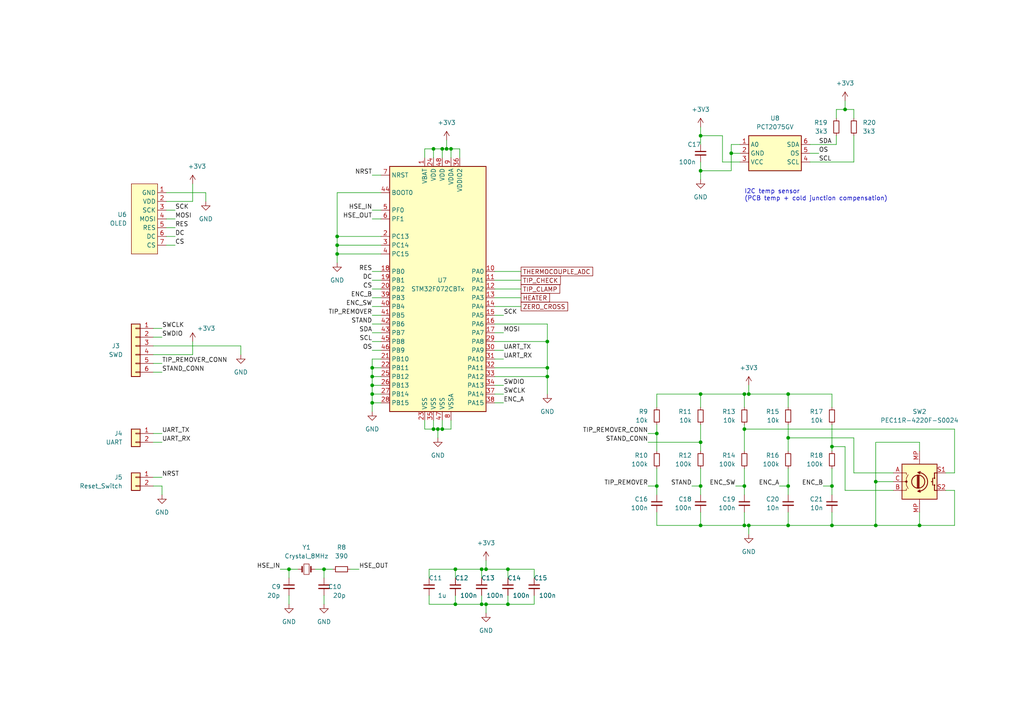
<source format=kicad_sch>
(kicad_sch (version 20250114) (generator "eeschema") (generator_version "9.0")
  (paper "A4")
  (title_block (title "OpenSolder Station Schematic") (date "2023-01-23") (rev "1.1") (comment 1 "Licence: GPL-3.0") (comment 2 "Designer: Håvard Jakobsen") (comment 4 "OpenSolder - JBC T245 compatible soldering station"))
  (lib_symbols
    (symbol "0_Howie:Crystal_8MHz" (pin_numbers (hide yes)) (pin_names (offset 1.016) (hide yes))
      (property "Reference" "Y" (at 0 2.54 0))
      (property "Value" "Crystal_8MHz" (at 0 -2.54 0))
      (symbol "Crystal_8MHz_0_1"
        (polyline (pts (xy -1.27 -0.762) (xy -1.27 0.762)) (stroke (width 0.381)))
        (rectangle (start -0.762 -1.524) (end 0.762 1.524))
        (polyline (pts (xy 1.27 -0.762) (xy 1.27 0.762)) (stroke (width 0.381)))
      )
      (symbol "Crystal_8MHz_1_1"
        (pin passive line (at -2.54 0 0) (length 1.27) (name "1") (number "1"))
        (pin passive line (at 2.54 0 180) (length 1.27) (name "2") (number "2"))
      )
    )
    (symbol "0_Howie:OLED_SSD1306_SPI_1.54"
      (property "Reference" "U" (at 0 11.43 0))
      (property "Value" "OLED_SSD1306_SPI_1.54" (at 0 -11.43 0))
      (symbol "OLED_SSD1306_SPI_1.54_0_1"
        (rectangle (start -3.81 10.16) (end 3.81 -10.16) (stroke (width 0.1524)) (fill (type background)))
      )
      (symbol "OLED_SSD1306_SPI_1.54_1_1"
        (pin passive line (at -6.35 7.62 0) (length 2.54) (name "GND") (number "1"))
        (pin passive line (at -6.35 5.08 0) (length 2.54) (name "VDD") (number "2"))
        (pin passive line (at -6.35 2.54 0) (length 2.54) (name "SCK") (number "3"))
        (pin passive line (at -6.35 0 0) (length 2.54) (name "MOSI") (number "4"))
        (pin passive line (at -6.35 -2.54 0) (length 2.54) (name "RES") (number "5"))
        (pin passive line (at -6.35 -5.08 0) (length 2.54) (name "DC") (number "6"))
        (pin passive line (at -6.35 -7.62 0) (length 2.54) (name "CS") (number "7"))
      )
    )
    (symbol "0_Howie:PCT2075GV"
      (property "Reference" "U" (at -6.35 6.35 0))
      (property "Value" "PCT2075GV" (at 6.35 6.35 0))
      (symbol "PCT2075GV_0_1"
        (rectangle (start -7.62 5.08) (end 7.62 -5.08) (stroke (width 0.254)) (fill (type background)))
      )
      (symbol "PCT2075GV_1_1"
        (pin input line (at -10.16 2.54 0) (length 2.54) (name "A0") (number "1"))
        (pin power_in line (at -10.16 0 0) (length 2.54) (name "GND") (number "2"))
        (pin power_in line (at -10.16 -2.54 0) (length 2.54) (name "VCC") (number "3"))
        (pin bidirectional line (at 10.16 2.54 180) (length 2.54) (name "SDA") (number "6"))
        (pin open_collector line (at 10.16 0 180) (length 2.54) (name "OS") (number "5"))
        (pin input line (at 10.16 -2.54 180) (length 2.54) (name "SCL") (number "4"))
      )
    )
    (symbol "0_Howie:PEC11R-RotEnc" (pin_names (offset 0.254) (hide yes))
      (property "Reference" "SW" (at 3.81 10.16 0))
      (property "Value" "PEC11R-RotEnc" (at 3.81 7.62 0))
      (symbol "PEC11R-RotEnc_0_1"
        (rectangle (start -5.08 5.08) (end 5.08 -5.08) (stroke (width 0.254)) (fill (type background)))
        (polyline (pts (xy -5.08 2.54) (xy -3.81 2.54) (xy -3.81 2.032)))
        (polyline (pts (xy -5.08 0) (xy -3.81 0) (xy -3.81 -1.016) (xy -3.302 -2.032)))
        (polyline (pts (xy -5.08 -2.54) (xy -3.81 -2.54) (xy -3.81 -2.032)))
        (polyline (pts (xy -4.318 0) (xy -3.81 0) (xy -3.81 1.016) (xy -3.302 2.032)))
        (circle (center -3.81 0) (radius 0.254) (fill (type outline)))
        (polyline (pts (xy -0.635 -1.778) (xy -0.635 1.778)) (stroke (width 0.254)))
        (arc (start -0.381 2.667) (mid 2.3368 -0.0635) (end -0.381 -2.794) (stroke (width 0.254)))
        (circle (center -0.381 0) (radius 1.905) (stroke (width 0.254)))
        (polyline (pts (xy -0.381 -1.778) (xy -0.381 1.778)) (stroke (width 0.254)))
        (polyline (pts (xy -0.127 1.778) (xy -0.127 -1.778)) (stroke (width 0.254)))
        (polyline (pts (xy 0 6.35) (xy 0 5.08)) (stroke (width 0.1524)))
        (polyline (pts (xy 0 -6.35) (xy 0 -5.08)) (stroke (width 0.1524)))
        (polyline (pts (xy 0.254 2.921) (xy -0.508 2.667) (xy 0.127 2.286)) (stroke (width 0.254)))
        (polyline (pts (xy 0.254 -3.048) (xy -0.508 -2.794) (xy 0.127 -2.413)) (stroke (width 0.254)))
        (polyline (pts (xy 3.81 1.016) (xy 3.81 -1.016)) (stroke (width 0.254)))
        (polyline (pts (xy 3.81 0) (xy 3.429 0)) (stroke (width 0.254)))
        (circle (center 4.318 1.016) (radius 0.127) (stroke (width 0.254)))
        (circle (center 4.318 -1.016) (radius 0.127) (stroke (width 0.254)))
        (polyline (pts (xy 5.08 2.54) (xy 4.318 2.54) (xy 4.318 1.016)) (stroke (width 0.254)))
        (polyline (pts (xy 5.08 -2.54) (xy 4.318 -2.54) (xy 4.318 -1.016)) (stroke (width 0.254)))
      )
      (symbol "PEC11R-RotEnc_1_1"
        (pin passive line (at -7.62 2.54 0) (length 2.54) (name "A") (number "A"))
        (pin passive line (at -7.62 0 0) (length 2.54) (name "C") (number "C"))
        (pin passive line (at -7.62 -2.54 0) (length 2.54) (name "B") (number "B"))
        (pin passive line (at 0 8.89 270) (length 2.54) (name "MP") (number "MP"))
        (pin passive line (at 0 -8.89 90) (length 2.54) (name "MP") (number "MP"))
        (pin passive line (at 7.62 2.54 180) (length 2.54) (name "S1") (number "S1"))
        (pin passive line (at 7.62 -2.54 180) (length 2.54) (name "S2") (number "S2"))
      )
    )
    (symbol "Connector_Generic:Conn_01x02" (pin_names (offset 1.016) (hide yes))
      (property "Reference" "J" (at 0 2.54 0))
      (property "Value" "Conn_01x02" (at 0 -5.08 0))
      (symbol "Conn_01x02_1_1"
        (rectangle (start -1.27 1.27) (end 1.27 -3.81) (stroke (width 0.254)) (fill (type background)))
        (rectangle (start -1.27 0.127) (end 0 -0.127) (stroke (width 0.1524)))
        (rectangle (start -1.27 -2.413) (end 0 -2.667) (stroke (width 0.1524)))
        (pin passive line (at -5.08 0 0) (length 3.81) (name "Pin_1") (number "1"))
        (pin passive line (at -5.08 -2.54 0) (length 3.81) (name "Pin_2") (number "2"))
      )
    )
    (symbol "Connector_Generic:Conn_01x06" (pin_names (offset 1.016) (hide yes))
      (property "Reference" "J" (at 0 7.62 0))
      (property "Value" "Conn_01x06" (at 0 -10.16 0))
      (symbol "Conn_01x06_1_1"
        (rectangle (start -1.27 6.35) (end 1.27 -8.89) (stroke (width 0.254)) (fill (type background)))
        (rectangle (start -1.27 5.207) (end 0 4.953) (stroke (width 0.1524)))
        (rectangle (start -1.27 2.667) (end 0 2.413) (stroke (width 0.1524)))
        (rectangle (start -1.27 0.127) (end 0 -0.127) (stroke (width 0.1524)))
        (rectangle (start -1.27 -2.413) (end 0 -2.667) (stroke (width 0.1524)))
        (rectangle (start -1.27 -4.953) (end 0 -5.207) (stroke (width 0.1524)))
        (rectangle (start -1.27 -7.493) (end 0 -7.747) (stroke (width 0.1524)))
        (pin passive line (at -5.08 5.08 0) (length 3.81) (name "Pin_1") (number "1"))
        (pin passive line (at -5.08 2.54 0) (length 3.81) (name "Pin_2") (number "2"))
        (pin passive line (at -5.08 0 0) (length 3.81) (name "Pin_3") (number "3"))
        (pin passive line (at -5.08 -2.54 0) (length 3.81) (name "Pin_4") (number "4"))
        (pin passive line (at -5.08 -5.08 0) (length 3.81) (name "Pin_5") (number "5"))
        (pin passive line (at -5.08 -7.62 0) (length 3.81) (name "Pin_6") (number "6"))
      )
    )
    (symbol "Device:C_Small" (pin_numbers (hide yes)) (pin_names (offset 0.254) (hide yes))
      (property "Reference" "C" (at 0.254 1.778 0))
      (property "Value" "C_Small" (at 0.254 -2.032 0))
      (symbol "C_Small_0_1"
        (polyline (pts (xy -1.524 0.508) (xy 1.524 0.508)) (stroke (width 0.3048)))
        (polyline (pts (xy -1.524 -0.508) (xy 1.524 -0.508)) (stroke (width 0.3302)))
      )
      (symbol "C_Small_1_1"
        (pin passive line (at 0 2.54 270) (length 2.032) (name "~") (number "1"))
        (pin passive line (at 0 -2.54 90) (length 2.032) (name "~") (number "2"))
      )
    )
    (symbol "Device:R_Small" (pin_numbers (hide yes)) (pin_names (offset 0.254) (hide yes))
      (property "Reference" "R" (at 0.762 0.508 0))
      (property "Value" "R_Small" (at 0.762 -1.016 0))
      (symbol "R_Small_0_1"
        (rectangle (start -0.762 1.778) (end 0.762 -1.778) (stroke (width 0.2032)))
      )
      (symbol "R_Small_1_1"
        (pin passive line (at 0 2.54 270) (length 0.762) (name "~") (number "1"))
        (pin passive line (at 0 -2.54 90) (length 0.762) (name "~") (number "2"))
      )
    )
    (symbol "MCU_ST_STM32F0:STM32F072CBTx"
      (property "Reference" "U" (at -15.24 36.83 0))
      (property "Value" "STM32F072CBTx" (at 7.62 36.83 0))
      (symbol "STM32F072CBTx_0_1"
        (rectangle (start -15.24 -35.56) (end 12.7 35.56) (stroke (width 0.254)) (fill (type background)))
      )
      (symbol "STM32F072CBTx_1_1"
        (pin input line (at -17.78 33.02 0) (length 2.54) (name "NRST") (number "7"))
        (pin input line (at -17.78 27.94 0) (length 2.54) (name "BOOT0") (number "44"))
        (pin input line (at -17.78 22.86 0) (length 2.54) (name "PF0") (number "5"))
        (pin input line (at -17.78 20.32 0) (length 2.54) (name "PF1") (number "6"))
        (pin bidirectional line (at -17.78 15.24 0) (length 2.54) (name "PC13") (number "2"))
        (pin bidirectional line (at -17.78 12.7 0) (length 2.54) (name "PC14") (number "3"))
        (pin bidirectional line (at -17.78 10.16 0) (length 2.54) (name "PC15") (number "4"))
        (pin bidirectional line (at -17.78 5.08 0) (length 2.54) (name "PB0") (number "18"))
        (pin bidirectional line (at -17.78 2.54 0) (length 2.54) (name "PB1") (number "19"))
        (pin bidirectional line (at -17.78 0 0) (length 2.54) (name "PB2") (number "20"))
        (pin bidirectional line (at -17.78 -2.54 0) (length 2.54) (name "PB3") (number "39"))
        (pin bidirectional line (at -17.78 -5.08 0) (length 2.54) (name "PB4") (number "40"))
        (pin bidirectional line (at -17.78 -7.62 0) (length 2.54) (name "PB5") (number "41"))
        (pin bidirectional line (at -17.78 -10.16 0) (length 2.54) (name "PB6") (number "42"))
        (pin bidirectional line (at -17.78 -12.7 0) (length 2.54) (name "PB7") (number "43"))
        (pin bidirectional line (at -17.78 -15.24 0) (length 2.54) (name "PB8") (number "45"))
        (pin bidirectional line (at -17.78 -17.78 0) (length 2.54) (name "PB9") (number "46"))
        (pin bidirectional line (at -17.78 -20.32 0) (length 2.54) (name "PB10") (number "21"))
        (pin bidirectional line (at -17.78 -22.86 0) (length 2.54) (name "PB11") (number "22"))
        (pin bidirectional line (at -17.78 -25.4 0) (length 2.54) (name "PB12") (number "25"))
        (pin bidirectional line (at -17.78 -27.94 0) (length 2.54) (name "PB13") (number "26"))
        (pin bidirectional line (at -17.78 -30.48 0) (length 2.54) (name "PB14") (number "27"))
        (pin bidirectional line (at -17.78 -33.02 0) (length 2.54) (name "PB15") (number "28"))
        (pin power_in line (at -5.08 38.1 270) (length 2.54) (name "VBAT") (number "1"))
        (pin power_in line (at -5.08 -38.1 90) (length 2.54) (name "VSS") (number "23"))
        (pin power_in line (at -2.54 38.1 270) (length 2.54) (name "VDD") (number "24"))
        (pin power_in line (at -2.54 -38.1 90) (length 2.54) (name "VSS") (number "35"))
        (pin power_in line (at 0 38.1 270) (length 2.54) (name "VDD") (number "48"))
        (pin power_in line (at 0 -38.1 90) (length 2.54) (name "VSS") (number "47"))
        (pin power_in line (at 2.54 38.1 270) (length 2.54) (name "VDDA") (number "9"))
        (pin power_in line (at 2.54 -38.1 90) (length 2.54) (name "VSSA") (number "8"))
        (pin power_in line (at 5.08 38.1 270) (length 2.54) (name "VDDIO2") (number "36"))
        (pin bidirectional line (at 15.24 5.08 180) (length 2.54) (name "PA0") (number "10"))
        (pin bidirectional line (at 15.24 2.54 180) (length 2.54) (name "PA1") (number "11"))
        (pin bidirectional line (at 15.24 0 180) (length 2.54) (name "PA2") (number "12"))
        (pin bidirectional line (at 15.24 -2.54 180) (length 2.54) (name "PA3") (number "13"))
        (pin bidirectional line (at 15.24 -5.08 180) (length 2.54) (name "PA4") (number "14"))
        (pin bidirectional line (at 15.24 -7.62 180) (length 2.54) (name "PA5") (number "15"))
        (pin bidirectional line (at 15.24 -10.16 180) (length 2.54) (name "PA6") (number "16"))
        (pin bidirectional line (at 15.24 -12.7 180) (length 2.54) (name "PA7") (number "17"))
        (pin bidirectional line (at 15.24 -15.24 180) (length 2.54) (name "PA8") (number "29"))
        (pin bidirectional line (at 15.24 -17.78 180) (length 2.54) (name "PA9") (number "30"))
        (pin bidirectional line (at 15.24 -20.32 180) (length 2.54) (name "PA10") (number "31"))
        (pin bidirectional line (at 15.24 -22.86 180) (length 2.54) (name "PA11") (number "32"))
        (pin bidirectional line (at 15.24 -25.4 180) (length 2.54) (name "PA12") (number "33"))
        (pin bidirectional line (at 15.24 -27.94 180) (length 2.54) (name "PA13") (number "34"))
        (pin bidirectional line (at 15.24 -30.48 180) (length 2.54) (name "PA14") (number "37"))
        (pin bidirectional line (at 15.24 -33.02 180) (length 2.54) (name "PA15") (number "38"))
      )
    )
    (symbol "power:+3V3" (power) (pin_names (offset 0))
      (property "Value" "+3V3" (at 0 3.556 0))
      (symbol "+3V3_0_1"
        (polyline (pts (xy -0.762 1.27) (xy 0 2.54)))
        (polyline (pts (xy 0 2.54) (xy 0.762 1.27)))
        (polyline (pts (xy 0 0) (xy 0 2.54)))
      )
      (symbol "+3V3_1_1"
        (pin power_in line (at 0 0 90) (length 0) (hide yes) (name "+3V3") (number "1"))
      )
    )
    (symbol "power:GND" (power) (pin_names (offset 0))
      (property "Value" "GND" (at 0 -3.81 0))
      (symbol "GND_0_1"
        (polyline (pts (xy 0 0) (xy 0 -1.27) (xy 1.27 -1.27) (xy 0 -2.54) (xy -1.27 -1.27) (xy 0 -1.27)))
      )
      (symbol "GND_1_1"
        (pin power_in line (at 0 0 270) (length 0) (hide yes) (name "GND") (number "1"))
      )
    )
  )
  (text "I2C temp sensor\n(PCB temp + cold junction compensation)" (at 215.9 58.42 0) (effects (font (size 1.27 1.27)) (justify left bottom)))
  (junction (at 217.17 114.3))
  (junction (at 140.97 175.26))
  (junction (at 158.75 99.06))
  (junction (at 217.17 152.4))
  (junction (at 203.2 128.27))
  (junction (at 190.5 140.97))
  (junction (at 266.7 152.4))
  (junction (at 241.3 152.4))
  (junction (at 215.9 124.46))
  (junction (at 228.6 152.4))
  (junction (at 132.08 165.1))
  (junction (at 228.6 140.97))
  (junction (at 107.95 109.22))
  (junction (at 203.2 39.37))
  (junction (at 147.32 175.26))
  (junction (at 107.95 114.3))
  (junction (at 132.08 175.26))
  (junction (at 128.27 124.46))
  (junction (at 83.82 165.1))
  (junction (at 158.75 106.68))
  (junction (at 128.27 43.18))
  (junction (at 93.98 165.1))
  (junction (at 203.2 49.53))
  (junction (at 215.9 114.3))
  (junction (at 254 139.7))
  (junction (at 245.11 31.75))
  (junction (at 130.81 43.18))
  (junction (at 139.7 175.26))
  (junction (at 212.09 44.45))
  (junction (at 127 124.46))
  (junction (at 203.2 140.97))
  (junction (at 228.6 114.3))
  (junction (at 215.9 140.97))
  (junction (at 215.9 152.4))
  (junction (at 147.32 165.1))
  (junction (at 107.95 111.76))
  (junction (at 140.97 165.1))
  (junction (at 97.79 71.12))
  (junction (at 107.95 116.84))
  (junction (at 228.6 127))
  (junction (at 129.54 43.18))
  (junction (at 190.5 125.73))
  (junction (at 125.73 43.18))
  (junction (at 203.2 114.3))
  (junction (at 97.79 68.58))
  (junction (at 241.3 140.97))
  (junction (at 158.75 109.22))
  (junction (at 254 152.4))
  (junction (at 241.3 129.54))
  (junction (at 107.95 106.68))
  (junction (at 97.79 73.66))
  (junction (at 203.2 152.4))
  (junction (at 125.73 124.46))
  (junction (at 139.7 165.1))
  (wire (pts (xy 110.49 60.96) (xy 107.95 60.96)))
  (wire (pts (xy 187.96 128.27) (xy 203.2 128.27)))
  (wire (pts (xy 97.79 71.12) (xy 110.49 71.12)))
  (wire (pts (xy 146.05 96.52) (xy 143.51 96.52)))
  (wire (pts (xy 215.9 135.89) (xy 215.9 140.97)))
  (wire (pts (xy 203.2 140.97) (xy 200.66 140.97)))
  (wire (pts (xy 132.08 172.72) (xy 132.08 175.26)))
  (wire (pts (xy 132.08 175.26) (xy 139.7 175.26)))
  (wire (pts (xy 97.79 55.88) (xy 110.49 55.88)))
  (wire (pts (xy 238.76 140.97) (xy 241.3 140.97)))
  (wire (pts (xy 123.19 124.46) (xy 123.19 121.92)))
  (wire (pts (xy 125.73 124.46) (xy 123.19 124.46)))
  (wire (pts (xy 127 124.46) (xy 125.73 124.46)))
  (wire (pts (xy 127 127) (xy 127 124.46)))
  (wire (pts (xy 125.73 121.92) (xy 125.73 124.46)))
  (wire (pts (xy 107.95 109.22) (xy 107.95 111.76)))
  (wire (pts (xy 44.45 107.95) (xy 46.99 107.95)))
  (wire (pts (xy 266.7 128.27) (xy 266.7 130.81)))
  (wire (pts (xy 215.9 123.19) (xy 215.9 124.46)))
  (wire (pts (xy 215.9 124.46) (xy 215.9 130.81)))
  (wire (pts (xy 124.46 165.1) (xy 124.46 167.64)))
  (wire (pts (xy 132.08 165.1) (xy 124.46 165.1)))
  (wire (pts (xy 139.7 165.1) (xy 132.08 165.1)))
  (wire (pts (xy 241.3 140.97) (xy 241.3 143.51)))
  (wire (pts (xy 215.9 148.59) (xy 215.9 152.4)))
  (wire (pts (xy 215.9 152.4) (xy 217.17 152.4)))
  (wire (pts (xy 228.6 152.4) (xy 241.3 152.4)))
  (wire (pts (xy 241.3 152.4) (xy 254 152.4)))
  (wire (pts (xy 110.49 88.9) (xy 107.95 88.9)))
  (wire (pts (xy 44.45 97.79) (xy 46.99 97.79)))
  (wire (pts (xy 146.05 104.14) (xy 143.51 104.14)))
  (wire (pts (xy 50.8 71.12) (xy 48.26 71.12)))
  (wire (pts (xy 107.95 114.3) (xy 107.95 116.84)))
  (wire (pts (xy 215.9 140.97) (xy 215.9 143.51)))
  (wire (pts (xy 107.95 104.14) (xy 107.95 106.68)))
  (wire (pts (xy 217.17 152.4) (xy 228.6 152.4)))
  (wire (pts (xy 143.51 116.84) (xy 146.05 116.84)))
  (wire (pts (xy 140.97 175.26) (xy 139.7 175.26)))
  (wire (pts (xy 247.65 127) (xy 228.6 127)))
  (wire (pts (xy 247.65 137.16) (xy 247.65 127)))
  (wire (pts (xy 259.08 137.16) (xy 247.65 137.16)))
  (wire (pts (xy 107.95 111.76) (xy 107.95 114.3)))
  (wire (pts (xy 140.97 165.1) (xy 139.7 165.1)))
  (wire (pts (xy 241.3 148.59) (xy 241.3 152.4)))
  (wire (pts (xy 190.5 114.3) (xy 203.2 114.3)))
  (wire (pts (xy 203.2 114.3) (xy 215.9 114.3)))
  (wire (pts (xy 110.49 91.44) (xy 107.95 91.44)))
  (wire (pts (xy 129.54 40.64) (xy 129.54 43.18)))
  (wire (pts (xy 139.7 172.72) (xy 139.7 175.26)))
  (wire (pts (xy 140.97 175.26) (xy 140.97 177.8)))
  (wire (pts (xy 212.09 41.91) (xy 212.09 44.45)))
  (wire (pts (xy 214.63 41.91) (xy 212.09 41.91)))
  (wire (pts (xy 203.2 123.19) (xy 203.2 128.27)))
  (wire (pts (xy 203.2 128.27) (xy 203.2 130.81)))
  (wire (pts (xy 59.69 58.42) (xy 59.69 55.88)))
  (wire (pts (xy 110.49 111.76) (xy 107.95 111.76)))
  (wire (pts (xy 55.88 53.34) (xy 55.88 58.42)))
  (wire (pts (xy 55.88 58.42) (xy 48.26 58.42)))
  (wire (pts (xy 143.51 111.76) (xy 146.05 111.76)))
  (wire (pts (xy 143.51 106.68) (xy 158.75 106.68)))
  (wire (pts (xy 97.79 68.58) (xy 97.79 71.12)))
  (wire (pts (xy 123.19 43.18) (xy 123.19 45.72)))
  (wire (pts (xy 143.51 88.9) (xy 151.13 88.9)))
  (wire (pts (xy 97.79 73.66) (xy 110.49 73.66)))
  (wire (pts (xy 83.82 172.72) (xy 83.82 175.26)))
  (wire (pts (xy 110.49 109.22) (xy 107.95 109.22)))
  (wire (pts (xy 44.45 95.25) (xy 46.99 95.25)))
  (wire (pts (xy 143.51 114.3) (xy 146.05 114.3)))
  (wire (pts (xy 128.27 124.46) (xy 127 124.46)))
  (wire (pts (xy 130.81 121.92) (xy 130.81 124.46)))
  (wire (pts (xy 130.81 124.46) (xy 128.27 124.46)))
  (wire (pts (xy 110.49 99.06) (xy 107.95 99.06)))
  (wire (pts (xy 217.17 111.76) (xy 217.17 114.3)))
  (wire (pts (xy 215.9 114.3) (xy 215.9 118.11)))
  (wire (pts (xy 130.81 43.18) (xy 130.81 45.72)))
  (wire (pts (xy 132.08 165.1) (xy 132.08 167.64)))
  (wire (pts (xy 212.09 44.45) (xy 214.63 44.45)))
  (wire (pts (xy 212.09 49.53) (xy 212.09 44.45)))
  (wire (pts (xy 93.98 172.72) (xy 93.98 175.26)))
  (wire (pts (xy 46.99 128.27) (xy 44.45 128.27)))
  (wire (pts (xy 158.75 109.22) (xy 158.75 114.3)))
  (wire (pts (xy 190.5 135.89) (xy 190.5 140.97)))
  (wire (pts (xy 190.5 140.97) (xy 190.5 143.51)))
  (wire (pts (xy 110.49 104.14) (xy 107.95 104.14)))
  (wire (pts (xy 128.27 45.72) (xy 128.27 43.18)))
  (wire (pts (xy 203.2 46.99) (xy 203.2 49.53)))
  (wire (pts (xy 203.2 49.53) (xy 212.09 49.53)))
  (wire (pts (xy 128.27 43.18) (xy 125.73 43.18)))
  (wire (pts (xy 234.95 41.91) (xy 242.57 41.91)))
  (wire (pts (xy 242.57 41.91) (xy 242.57 39.37)))
  (wire (pts (xy 228.6 148.59) (xy 228.6 152.4)))
  (wire (pts (xy 143.51 86.36) (xy 151.13 86.36)))
  (wire (pts (xy 110.49 106.68) (xy 107.95 106.68)))
  (wire (pts (xy 97.79 71.12) (xy 97.79 73.66)))
  (wire (pts (xy 124.46 172.72) (xy 124.46 175.26)))
  (wire (pts (xy 124.46 175.26) (xy 132.08 175.26)))
  (wire (pts (xy 203.2 39.37) (xy 209.55 39.37)))
  (wire (pts (xy 203.2 41.91) (xy 203.2 39.37)))
  (wire (pts (xy 242.57 31.75) (xy 245.11 31.75)))
  (wire (pts (xy 242.57 34.29) (xy 242.57 31.75)))
  (wire (pts (xy 245.11 31.75) (xy 247.65 31.75)))
  (wire (pts (xy 69.85 102.87) (xy 69.85 100.33)))
  (wire (pts (xy 110.49 93.98) (xy 107.95 93.98)))
  (wire (pts (xy 50.8 68.58) (xy 48.26 68.58)))
  (wire (pts (xy 190.5 148.59) (xy 190.5 152.4)))
  (wire (pts (xy 190.5 152.4) (xy 203.2 152.4)))
  (wire (pts (xy 203.2 152.4) (xy 215.9 152.4)))
  (wire (pts (xy 187.96 125.73) (xy 190.5 125.73)))
  (wire (pts (xy 241.3 129.54) (xy 245.11 129.54)))
  (wire (pts (xy 245.11 142.24) (xy 245.11 129.54)))
  (wire (pts (xy 259.08 142.24) (xy 245.11 142.24)))
  (wire (pts (xy 129.54 43.18) (xy 128.27 43.18)))
  (wire (pts (xy 50.8 60.96) (xy 48.26 60.96)))
  (wire (pts (xy 44.45 105.41) (xy 46.99 105.41)))
  (wire (pts (xy 228.6 123.19) (xy 228.6 127)))
  (wire (pts (xy 228.6 127) (xy 228.6 130.81)))
  (wire (pts (xy 203.2 148.59) (xy 203.2 152.4)))
  (wire (pts (xy 97.79 55.88) (xy 97.79 68.58)))
  (wire (pts (xy 214.63 46.99) (xy 209.55 46.99)))
  (wire (pts (xy 217.17 152.4) (xy 217.17 154.94)))
  (wire (pts (xy 266.7 148.59) (xy 266.7 152.4)))
  (wire (pts (xy 190.5 123.19) (xy 190.5 125.73)))
  (wire (pts (xy 190.5 125.73) (xy 190.5 130.81)))
  (wire (pts (xy 143.51 83.82) (xy 151.13 83.82)))
  (wire (pts (xy 107.95 50.8) (xy 110.49 50.8)))
  (wire (pts (xy 128.27 121.92) (xy 128.27 124.46)))
  (wire (pts (xy 107.95 78.74) (xy 110.49 78.74)))
  (wire (pts (xy 110.49 96.52) (xy 107.95 96.52)))
  (wire (pts (xy 203.2 114.3) (xy 203.2 118.11)))
  (wire (pts (xy 190.5 114.3) (xy 190.5 118.11)))
  (wire (pts (xy 217.17 114.3) (xy 215.9 114.3)))
  (wire (pts (xy 130.81 43.18) (xy 129.54 43.18)))
  (wire (pts (xy 133.35 43.18) (xy 130.81 43.18)))
  (wire (pts (xy 133.35 45.72) (xy 133.35 43.18)))
  (wire (pts (xy 203.2 135.89) (xy 203.2 140.97)))
  (wire (pts (xy 203.2 36.83) (xy 203.2 39.37)))
  (wire (pts (xy 209.55 39.37) (xy 209.55 46.99)))
  (wire (pts (xy 234.95 46.99) (xy 247.65 46.99)))
  (wire (pts (xy 247.65 46.99) (xy 247.65 39.37)))
  (wire (pts (xy 154.94 165.1) (xy 147.32 165.1)))
  (wire (pts (xy 154.94 167.64) (xy 154.94 165.1)))
  (wire (pts (xy 254 139.7) (xy 254 152.4)))
  (wire (pts (xy 254 152.4) (xy 266.7 152.4)))
  (wire (pts (xy 259.08 139.7) (xy 254 139.7)))
  (wire (pts (xy 146.05 91.44) (xy 143.51 91.44)))
  (wire (pts (xy 241.3 135.89) (xy 241.3 140.97)))
  (wire (pts (xy 143.51 99.06) (xy 158.75 99.06)))
  (wire (pts (xy 266.7 152.4) (xy 276.86 152.4)))
  (wire (pts (xy 274.32 142.24) (xy 276.86 142.24)))
  (wire (pts (xy 276.86 142.24) (xy 276.86 152.4)))
  (wire (pts (xy 158.75 93.98) (xy 158.75 99.06)))
  (wire (pts (xy 143.51 93.98) (xy 158.75 93.98)))
  (wire (pts (xy 147.32 165.1) (xy 140.97 165.1)))
  (wire (pts (xy 147.32 167.64) (xy 147.32 165.1)))
  (wire (pts (xy 46.99 140.97) (xy 44.45 140.97)))
  (wire (pts (xy 254 128.27) (xy 254 139.7)))
  (wire (pts (xy 266.7 128.27) (xy 254 128.27)))
  (wire (pts (xy 123.19 43.18) (xy 125.73 43.18)))
  (wire (pts (xy 228.6 114.3) (xy 228.6 118.11)))
  (wire (pts (xy 140.97 162.56) (xy 140.97 165.1)))
  (wire (pts (xy 107.95 101.6) (xy 110.49 101.6)))
  (wire (pts (xy 147.32 172.72) (xy 147.32 175.26)))
  (wire (pts (xy 147.32 175.26) (xy 140.97 175.26)))
  (wire (pts (xy 83.82 167.64) (xy 83.82 165.1)))
  (wire (pts (xy 203.2 140.97) (xy 203.2 143.51)))
  (wire (pts (xy 93.98 165.1) (xy 91.44 165.1)))
  (wire (pts (xy 93.98 167.64) (xy 93.98 165.1)))
  (wire (pts (xy 146.05 101.6) (xy 143.51 101.6)))
  (wire (pts (xy 46.99 140.97) (xy 46.99 143.51)))
  (wire (pts (xy 55.88 102.87) (xy 55.88 99.06)))
  (wire (pts (xy 93.98 165.1) (xy 96.52 165.1)))
  (wire (pts (xy 97.79 73.66) (xy 97.79 76.2)))
  (wire (pts (xy 83.82 165.1) (xy 86.36 165.1)))
  (wire (pts (xy 245.11 29.21) (xy 245.11 31.75)))
  (wire (pts (xy 247.65 31.75) (xy 247.65 34.29)))
  (wire (pts (xy 107.95 106.68) (xy 107.95 109.22)))
  (wire (pts (xy 110.49 86.36) (xy 107.95 86.36)))
  (wire (pts (xy 44.45 100.33) (xy 69.85 100.33)))
  (wire (pts (xy 228.6 140.97) (xy 226.06 140.97)))
  (wire (pts (xy 107.95 81.28) (xy 110.49 81.28)))
  (wire (pts (xy 50.8 66.04) (xy 48.26 66.04)))
  (wire (pts (xy 274.32 137.16) (xy 276.86 137.16)))
  (wire (pts (xy 276.86 124.46) (xy 215.9 124.46)))
  (wire (pts (xy 276.86 137.16) (xy 276.86 124.46)))
  (wire (pts (xy 158.75 99.06) (xy 158.75 106.68)))
  (wire (pts (xy 154.94 172.72) (xy 154.94 175.26)))
  (wire (pts (xy 154.94 175.26) (xy 147.32 175.26)))
  (wire (pts (xy 213.36 140.97) (xy 215.9 140.97)))
  (wire (pts (xy 241.3 123.19) (xy 241.3 129.54)))
  (wire (pts (xy 241.3 129.54) (xy 241.3 130.81)))
  (wire (pts (xy 143.51 109.22) (xy 158.75 109.22)))
  (wire (pts (xy 143.51 78.74) (xy 151.13 78.74)))
  (wire (pts (xy 48.26 55.88) (xy 59.69 55.88)))
  (wire (pts (xy 203.2 49.53) (xy 203.2 52.07)))
  (wire (pts (xy 228.6 135.89) (xy 228.6 140.97)))
  (wire (pts (xy 228.6 140.97) (xy 228.6 143.51)))
  (wire (pts (xy 125.73 45.72) (xy 125.73 43.18)))
  (wire (pts (xy 139.7 165.1) (xy 139.7 167.64)))
  (wire (pts (xy 143.51 81.28) (xy 151.13 81.28)))
  (wire (pts (xy 101.6 165.1) (xy 104.14 165.1)))
  (wire (pts (xy 190.5 140.97) (xy 187.96 140.97)))
  (wire (pts (xy 46.99 138.43) (xy 44.45 138.43)))
  (wire (pts (xy 44.45 102.87) (xy 55.88 102.87)))
  (wire (pts (xy 158.75 106.68) (xy 158.75 109.22)))
  (wire (pts (xy 107.95 116.84) (xy 110.49 116.84)))
  (wire (pts (xy 107.95 119.38) (xy 107.95 116.84)))
  (wire (pts (xy 107.95 83.82) (xy 110.49 83.82)))
  (wire (pts (xy 83.82 165.1) (xy 81.28 165.1)))
  (wire (pts (xy 97.79 68.58) (xy 110.49 68.58)))
  (wire (pts (xy 110.49 63.5) (xy 107.95 63.5)))
  (wire (pts (xy 46.99 125.73) (xy 44.45 125.73)))
  (wire (pts (xy 110.49 114.3) (xy 107.95 114.3)))
  (wire (pts (xy 234.95 44.45) (xy 237.49 44.45)))
  (wire (pts (xy 50.8 63.5) (xy 48.26 63.5)))
  (wire (pts (xy 228.6 114.3) (xy 217.17 114.3)))
  (wire (pts (xy 241.3 114.3) (xy 228.6 114.3)))
  (wire (pts (xy 241.3 118.11) (xy 241.3 114.3)))
  (label "DC" (at 50.8 68.58 0))
  (label "TIP_REMOVER_CONN" (at 46.99 105.41 0))
  (label "TIP_REMOVER" (at 187.96 140.97 180))
  (label "ENC_SW" (at 107.95 88.9 180))
  (label "SCK" (at 146.05 91.44 0))
  (label "OS" (at 107.95 101.6 180))
  (label "ENC_B" (at 238.76 140.97 180))
  (label "CS" (at 50.8 71.12 0))
  (label "CS" (at 107.95 83.82 180))
  (label "SWDIO" (at 46.99 97.79 0))
  (label "SCK" (at 50.8 60.96 0))
  (label "HSE_OUT" (at 107.95 63.5 180))
  (label "SCL" (at 107.95 99.06 180))
  (label "NRST" (at 46.99 138.43 0))
  (label "UART_RX" (at 146.05 104.14 0))
  (label "SWCLK" (at 46.99 95.25 0))
  (label "RES" (at 107.95 78.74 180))
  (label "NRST" (at 107.95 50.8 180))
  (label "STAND" (at 107.95 93.98 180))
  (label "SDA" (at 107.95 96.52 180))
  (label "MOSI" (at 50.8 63.5 0))
  (label "MOSI" (at 146.05 96.52 0))
  (label "SDA" (at 237.49 41.91 0))
  (label "STAND_CONN" (at 187.96 128.27 180))
  (label "TIP_REMOVER" (at 107.95 91.44 180))
  (label "OS" (at 237.49 44.45 0))
  (label "TIP_REMOVER_CONN" (at 187.96 125.73 180))
  (label "HSE_OUT" (at 104.14 165.1 0))
  (label "ENC_B" (at 107.95 86.36 180))
  (label "ENC_A" (at 226.06 140.97 180))
  (label "SWDIO" (at 146.05 111.76 0))
  (label "SWCLK" (at 146.05 114.3 0))
  (label "ENC_SW" (at 213.36 140.97 180))
  (label "STAND_CONN" (at 46.99 107.95 0))
  (label "HSE_IN" (at 107.95 60.96 180))
  (label "DC" (at 107.95 81.28 180))
  (label "ENC_A" (at 146.05 116.84 0))
  (label "HSE_IN" (at 81.28 165.1 180))
  (label "RES" (at 50.8 66.04 0))
  (label "SCL" (at 237.49 46.99 0))
  (label "UART_TX" (at 46.99 125.73 0))
  (label "STAND" (at 200.66 140.97 180))
  (label "UART_TX" (at 146.05 101.6 0))
  (label "UART_RX" (at 46.99 128.27 0))
  (global_label "TIP_CHECK" (shape passive) (at 151.13 81.28 0) (property "Intersheetrefs" "${INTERSHEET_REFS}" (effects (hide yes))))
  (global_label "HEATER" (shape passive) (at 151.13 86.36 0) (property "Intersheetrefs" "${INTERSHEET_REFS}" (effects (hide yes))))
  (global_label "ZERO_CROSS" (shape passive) (at 151.13 88.9 0) (property "Intersheetrefs" "${INTERSHEET_REFS}" (effects (hide yes))))
  (global_label "TIP_CLAMP" (shape passive) (at 151.13 83.82 0) (property "Intersheetrefs" "${INTERSHEET_REFS}" (effects (hide yes))))
  (global_label "THERMOCOUPLE_ADC" (shape passive) (at 151.13 78.74 0) (property "Intersheetrefs" "${INTERSHEET_REFS}" (effects (hide yes))))
  (symbol (lib_id "power:GND") (at 97.79 76.2 0) (unit 1)
    (property "Reference" "#PWR0105" (effects (hide yes)))
    (property "Value" "GND" (at 97.79 81.28 0))
  )
  (symbol (lib_id "Device:R_Small") (at 190.5 133.35 0) (mirror y) (unit 1)
    (property "Reference" "R10" (at 187.96 132.0799 0) (effects (justify left)))
    (property "Value" "100k" (at 187.96 134.6199 0) (effects (justify left)))
    (property "Footprint" "Resistor_SMD:R_0805_2012Metric" (effects (hide yes)))
  )
  (symbol (lib_id "power:+3V3") (at 203.2 36.83 0) (mirror y) (unit 1)
    (property "Reference" "#PWR027" (effects (hide yes)))
    (property "Value" "+3V3" (at 203.2 31.75 0))
  )
  (symbol (lib_id "Device:C_Small") (at 203.2 146.05 0) (mirror y) (unit 1)
    (property "Reference" "C18" (at 200.66 144.7799 0) (effects (justify left)))
    (property "Value" "100n" (at 200.66 147.3199 0) (effects (justify left)))
    (property "Footprint" "Capacitor_SMD:C_0805_2012Metric" (effects (hide yes)))
  )
  (symbol (lib_id "Device:C_Small") (at 147.32 170.18 0) (mirror y) (unit 1)
    (property "Reference" "C14" (at 151.13 167.6399 0) (effects (justify left)))
    (property "Value" "100n" (at 153.67 172.7199 0) (effects (justify left)))
    (property "Footprint" "Capacitor_SMD:C_0805_2012Metric" (effects (hide yes)))
  )
  (symbol (lib_id "power:GND") (at 69.85 102.87 0) (unit 1)
    (property "Reference" "#PWR0104" (effects (hide yes)))
    (property "Value" "GND" (at 69.85 107.95 0))
  )
  (symbol (lib_id "0_Howie:PCT2075GV") (at 224.79 44.45 0) (unit 1)
    (property "Reference" "U8" (at 224.79 34.29 0))
    (property "Value" "PCT2075GV" (at 224.79 36.83 0))
    (property "Footprint" "Package_SO:TSOP-6_1.65x3.05mm_P0.95mm" (effects (hide yes)))
    (property "Datasheet" "https://www.nxp.com/docs/en/data-sheet/PCT2075.pdf" (effects (hide yes)))
  )
  (symbol (lib_id "Device:R_Small") (at 203.2 133.35 0) (mirror y) (unit 1)
    (property "Reference" "R12" (at 200.66 132.0799 0) (effects (justify left)))
    (property "Value" "100k" (at 200.66 134.6199 0) (effects (justify left)))
    (property "Footprint" "Resistor_SMD:R_0805_2012Metric" (effects (hide yes)))
  )
  (symbol (lib_id "Device:R_Small") (at 99.06 165.1 90) (mirror x) (unit 1)
    (property "Reference" "R8" (at 99.06 158.75 90))
    (property "Value" "390" (at 99.06 161.29 90))
    (property "Footprint" "Resistor_SMD:R_0805_2012Metric" (effects (hide yes)))
  )
  (symbol (lib_id "power:GND") (at 83.82 175.26 0) (mirror y) (unit 1)
    (property "Reference" "#PWR020" (effects (hide yes)))
    (property "Value" "GND" (at 83.82 180.34 0))
  )
  (symbol (lib_id "MCU_ST_STM32F0:STM32F072CBTx") (at 128.27 83.82 0) (unit 1)
    (property "Reference" "U7" (at 128.27 81.28 0))
    (property "Value" "STM32F072CBTx" (at 127 83.82 0))
    (property "Footprint" "Package_QFP:LQFP-48_7x7mm_P0.5mm" (effects (hide yes)))
    (property "Datasheet" "http://www.st.com/st-web-ui/static/active/en/resource/technical/document/datasheet/DM00090510.pdf" (effects (hide yes)))
  )
  (symbol (lib_id "Device:C_Small") (at 124.46 170.18 0) (mirror y) (unit 1)
    (property "Reference" "C11" (at 128.27 167.6399 0) (effects (justify left)))
    (property "Value" "1u" (at 129.54 172.7199 0) (effects (justify left)))
    (property "Footprint" "Capacitor_SMD:C_1210_3225Metric" (effects (hide yes)))
  )
  (symbol (lib_id "power:GND") (at 140.97 177.8 0) (unit 1)
    (property "Reference" "#PWR026" (effects (hide yes)))
    (property "Value" "GND" (at 140.97 182.88 0))
  )
  (symbol (lib_id "Device:C_Small") (at 215.9 146.05 0) (mirror y) (unit 1)
    (property "Reference" "C19" (at 213.36 144.7799 0) (effects (justify left)))
    (property "Value" "100n" (at 213.36 147.3199 0) (effects (justify left)))
    (property "Footprint" "Capacitor_SMD:C_0805_2012Metric" (effects (hide yes)))
  )
  (symbol (lib_id "power:GND") (at 127 127 0) (unit 1)
    (property "Reference" "#PWR023" (effects (hide yes)))
    (property "Value" "GND" (at 127 132.08 0))
  )
  (symbol (lib_id "Device:R_Small") (at 241.3 120.65 0) (mirror y) (unit 1)
    (property "Reference" "R17" (at 238.76 119.3799 0) (effects (justify left)))
    (property "Value" "10k" (at 238.76 121.9199 0) (effects (justify left)))
    (property "Footprint" "Resistor_SMD:R_0805_2012Metric" (effects (hide yes)))
  )
  (symbol (lib_id "power:+3V3") (at 55.88 99.06 0) (unit 1)
    (property "Reference" "#PWR019" (effects (hide yes)))
    (property "Value" "+3V3" (at 57.15 95.25 0) (effects (justify left)))
  )
  (symbol (lib_id "Device:C_Small") (at 139.7 170.18 0) (mirror y) (unit 1)
    (property "Reference" "C13" (at 143.51 167.6399 0) (effects (justify left)))
    (property "Value" "100n" (at 146.05 172.7199 0) (effects (justify left)))
    (property "Footprint" "Capacitor_SMD:C_0805_2012Metric" (effects (hide yes)))
  )
  (symbol (lib_id "power:GND") (at 46.99 143.51 0) (unit 1)
    (property "Reference" "#PWR022" (effects (hide yes)))
    (property "Value" "GND" (at 46.99 148.59 0))
  )
  (symbol (lib_id "Connector_Generic:Conn_01x06") (at 39.37 100.33 0) (mirror y) (unit 1)
    (property "Reference" "J3" (at 33.5915 100.33 0))
    (property "Value" "SWD" (at 33.5915 102.87 0))
    (property "Footprint" "Connector_IDC:IDC-Header_2x03_P2.54mm_Vertical" (effects (hide yes)))
  )
  (symbol (lib_id "power:+3V3") (at 129.54 40.64 0) (unit 1)
    (property "Reference" "#PWR024" (effects (hide yes)))
    (property "Value" "+3V3" (at 129.54 35.56 0))
  )
  (symbol (lib_id "power:+3V3") (at 140.97 162.56 0) (mirror y) (unit 1)
    (property "Reference" "#PWR025" (effects (hide yes)))
    (property "Value" "+3V3" (at 140.97 157.48 0))
  )
  (symbol (lib_id "power:GND") (at 158.75 114.3 0) (unit 1)
    (property "Reference" "#PWR0106" (effects (hide yes)))
    (property "Value" "GND" (at 158.75 119.38 0))
  )
  (symbol (lib_id "0_Howie:OLED_SSD1306_SPI_1.54") (at 41.91 63.5 0) (mirror y) (unit 1)
    (property "Reference" "U6" (at 36.83 62.2299 0) (effects (justify left)))
    (property "Value" "OLED" (at 36.83 64.7699 0) (effects (justify left)))
    (property "Footprint" "0_Howie:OLED_SSD1306_SPI_1.54" (effects (hide yes)))
  )
  (symbol (lib_id "Device:R_Small") (at 228.6 120.65 0) (mirror y) (unit 1)
    (property "Reference" "R15" (at 226.06 119.3799 0) (effects (justify left)))
    (property "Value" "10k" (at 226.06 121.9199 0) (effects (justify left)))
    (property "Footprint" "Resistor_SMD:R_0805_2012Metric" (effects (hide yes)))
  )
  (symbol (lib_id "power:+3V3") (at 245.11 29.21 0) (mirror y) (unit 1)
    (property "Reference" "#PWR031" (effects (hide yes)))
    (property "Value" "+3V3" (at 245.11 24.13 0))
  )
  (symbol (lib_id "Device:R_Small") (at 241.3 133.35 0) (mirror y) (unit 1)
    (property "Reference" "R18" (at 238.76 132.0799 0) (effects (justify left)))
    (property "Value" "100k" (at 238.76 134.6199 0) (effects (justify left)))
    (property "Footprint" "Resistor_SMD:R_0805_2012Metric" (effects (hide yes)))
  )
  (symbol (lib_id "Device:R_Small") (at 247.65 36.83 0) (unit 1)
    (property "Reference" "R20" (at 250.19 35.5599 0) (effects (justify left)))
    (property "Value" "3k3" (at 250.19 38.0999 0) (effects (justify left)))
    (property "Footprint" "Resistor_SMD:R_0805_2012Metric" (effects (hide yes)))
  )
  (symbol (lib_id "Connector_Generic:Conn_01x02") (at 39.37 138.43 0) (mirror y) (unit 1)
    (property "Reference" "J5" (at 35.56 138.43 0) (effects (justify left)))
    (property "Value" "Reset_Switch" (at 35.56 140.97 0) (effects (justify left)))
    (property "Footprint" "Connector_PinSocket_2.54mm:PinSocket_1x02_P2.54mm_Vertical" (effects (hide yes)))
  )
  (symbol (lib_id "Device:R_Small") (at 242.57 36.83 0) (mirror y) (unit 1)
    (property "Reference" "R19" (at 240.03 35.5599 0) (effects (justify left)))
    (property "Value" "3k3" (at 240.03 38.0999 0) (effects (justify left)))
    (property "Footprint" "Resistor_SMD:R_0805_2012Metric" (effects (hide yes)))
  )
  (symbol (lib_id "0_Howie:PEC11R-RotEnc") (at 266.7 139.7 0) (unit 1)
    (property "Reference" "SW2" (at 266.7 119.38 0))
    (property "Value" "PEC11R-4220F-S0024" (at 266.7 121.92 0))
    (property "Footprint" "0_Howie:RotaryEncoder_PEC11R_PEC12R" (effects (hide yes)))
  )
  (symbol (lib_id "Device:R_Small") (at 228.6 133.35 0) (mirror y) (unit 1)
    (property "Reference" "R16" (at 226.06 132.0799 0) (effects (justify left)))
    (property "Value" "100k" (at 226.06 134.6199 0) (effects (justify left)))
    (property "Footprint" "Resistor_SMD:R_0805_2012Metric" (effects (hide yes)))
  )
  (symbol (lib_id "Device:R_Small") (at 203.2 120.65 0) (mirror y) (unit 1)
    (property "Reference" "R11" (at 200.66 119.3799 0) (effects (justify left)))
    (property "Value" "10k" (at 200.66 121.9199 0) (effects (justify left)))
    (property "Footprint" "Resistor_SMD:R_0805_2012Metric" (effects (hide yes)))
  )
  (symbol (lib_id "0_Howie:Crystal_8MHz") (at 88.9 165.1 0) (unit 1)
    (property "Reference" "Y1" (at 88.9 158.75 0))
    (property "Value" "Crystal_8MHz" (at 88.9 161.29 0))
    (property "Footprint" "Crystal:Crystal_SMD_HC49-SD" (effects (hide yes)))
  )
  (symbol (lib_id "power:GND") (at 217.17 154.94 0) (unit 1)
    (property "Reference" "#PWR030" (effects (hide yes)))
    (property "Value" "GND" (at 217.17 160.02 0))
  )
  (symbol (lib_id "power:GND") (at 93.98 175.26 0) (unit 1)
    (property "Reference" "#PWR021" (effects (hide yes)))
    (property "Value" "GND" (at 93.98 180.34 0))
  )
  (symbol (lib_id "Device:C_Small") (at 132.08 170.18 0) (mirror y) (unit 1)
    (property "Reference" "C12" (at 135.89 167.6399 0) (effects (justify left)))
    (property "Value" "100n" (at 138.43 172.7199 0) (effects (justify left)))
    (property "Footprint" "Capacitor_SMD:C_0805_2012Metric" (effects (hide yes)))
  )
  (symbol (lib_id "Device:C_Small") (at 93.98 170.18 0) (mirror y) (unit 1)
    (property "Reference" "C10" (at 99.06 170.1799 0) (effects (justify left)))
    (property "Value" "20p" (at 100.33 172.7199 0) (effects (justify left)))
    (property "Footprint" "Capacitor_SMD:C_0805_2012Metric" (effects (hide yes)))
  )
  (symbol (lib_id "Device:C_Small") (at 228.6 146.05 0) (mirror y) (unit 1)
    (property "Reference" "C20" (at 226.06 144.7799 0) (effects (justify left)))
    (property "Value" "10n" (at 226.06 147.3199 0) (effects (justify left)))
    (property "Footprint" "Capacitor_SMD:C_0805_2012Metric" (effects (hide yes)))
  )
  (symbol (lib_id "Device:R_Small") (at 190.5 120.65 0) (mirror y) (unit 1)
    (property "Reference" "R9" (at 187.96 119.3799 0) (effects (justify left)))
    (property "Value" "10k" (at 187.96 121.9199 0) (effects (justify left)))
    (property "Footprint" "Resistor_SMD:R_0805_2012Metric" (effects (hide yes)))
  )
  (symbol (lib_id "Device:C_Small") (at 241.3 146.05 0) (mirror y) (unit 1)
    (property "Reference" "C21" (at 238.76 144.7799 0) (effects (justify left)))
    (property "Value" "10n" (at 238.76 147.3199 0) (effects (justify left)))
    (property "Footprint" "Capacitor_SMD:C_0805_2012Metric" (effects (hide yes)))
  )
  (symbol (lib_id "Connector_Generic:Conn_01x02") (at 39.37 125.73 0) (mirror y) (unit 1)
    (property "Reference" "J4" (at 35.56 125.73 0) (effects (justify left)))
    (property "Value" "UART" (at 35.56 128.27 0) (effects (justify left)))
    (property "Footprint" "Connector_PinSocket_2.54mm:PinSocket_1x02_P2.54mm_Vertical" (effects (hide yes)))
  )
  (symbol (lib_id "power:GND") (at 203.2 52.07 0) (unit 1)
    (property "Reference" "#PWR028" (effects (hide yes)))
    (property "Value" "GND" (at 203.2 57.15 0))
  )
  (symbol (lib_id "Device:C_Small") (at 203.2 44.45 0) (unit 1)
    (property "Reference" "C17" (at 199.39 41.9099 0) (effects (justify left)))
    (property "Value" "100n" (at 196.85 46.9899 0) (effects (justify left)))
    (property "Footprint" "Capacitor_SMD:C_0805_2012Metric" (effects (hide yes)))
  )
  (symbol (lib_id "power:+3V3") (at 55.88 53.34 0) (unit 1)
    (property "Reference" "#PWR017" (effects (hide yes)))
    (property "Value" "+3V3" (at 57.15 48.26 0))
  )
  (symbol (lib_id "Device:R_Small") (at 215.9 133.35 0) (mirror y) (unit 1)
    (property "Reference" "R14" (at 213.36 132.0799 0) (effects (justify left)))
    (property "Value" "100k" (at 213.36 134.6199 0) (effects (justify left)))
    (property "Footprint" "Resistor_SMD:R_0805_2012Metric" (effects (hide yes)))
  )
  (symbol (lib_id "Device:C_Small") (at 154.94 170.18 0) (mirror y) (unit 1)
    (property "Reference" "C15" (at 158.75 167.6399 0) (effects (justify left)))
    (property "Value" "100n" (at 161.29 172.7199 0) (effects (justify left)))
    (property "Footprint" "Capacitor_SMD:C_0805_2012Metric" (effects (hide yes)))
  )
  (symbol (lib_id "power:+3V3") (at 217.17 111.76 0) (mirror y) (unit 1)
    (property "Reference" "#PWR029" (effects (hide yes)))
    (property "Value" "+3V3" (at 217.17 106.68 0))
  )
  (symbol (lib_id "Device:C_Small") (at 190.5 146.05 0) (mirror y) (unit 1)
    (property "Reference" "C16" (at 187.96 144.7799 0) (effects (justify left)))
    (property "Value" "100n" (at 187.96 147.3199 0) (effects (justify left)))
    (property "Footprint" "Capacitor_SMD:C_0805_2012Metric" (effects (hide yes)))
  )
  (symbol (lib_id "Device:C_Small") (at 83.82 170.18 0) (unit 1)
    (property "Reference" "C9" (at 78.74 170.1799 0) (effects (justify left)))
    (property "Value" "20p" (at 77.47 172.7199 0) (effects (justify left)))
    (property "Footprint" "Capacitor_SMD:C_0805_2012Metric" (effects (hide yes)))
  )
  (symbol (lib_id "power:GND") (at 107.95 119.38 0) (unit 1)
    (property "Reference" "#PWR0101" (effects (hide yes)))
    (property "Value" "GND" (at 107.95 124.46 0))
  )
  (symbol (lib_id "Device:R_Small") (at 215.9 120.65 0) (mirror y) (unit 1)
    (property "Reference" "R13" (at 213.36 119.3799 0) (effects (justify left)))
    (property "Value" "10k" (at 213.36 121.9199 0) (effects (justify left)))
    (property "Footprint" "Resistor_SMD:R_0805_2012Metric" (effects (hide yes)))
  )
  (symbol (lib_id "power:GND") (at 59.69 58.42 0) (unit 1)
    (property "Reference" "#PWR0103" (effects (hide yes)))
    (property "Value" "GND" (at 59.69 63.5 0))
  )
)
</source>
